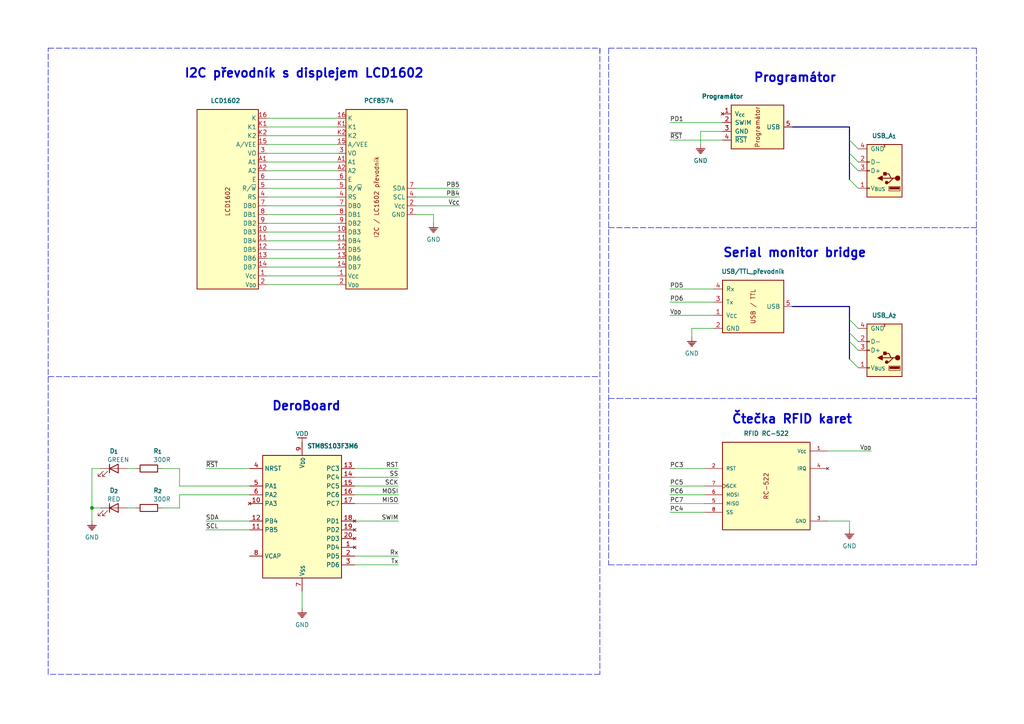
<source format=kicad_sch>
(kicad_sch (version 20211123) (generator eeschema)
  (paper "A4")
  (title_block (title "Security system") (date "24.01.2023") (rev "Petr Oblouk"))
  (lib_symbols
    (symbol "CEG006900:CEG006900" (pin_names (offset 1.016))
      (property "Value" "RFID RC-522" (at 0 15.24 0))
      (symbol "CEG006900_0_0"
        (rectangle (start -12.7 -12.7) (end 12.7 12.7) (stroke (width 0.254)) (fill (type background)))
        (text "RC-522" (at 0 0 900) (effects (font (size 1.27 1.27))))
        (pin power_in line (at 17.78 10.16 180) (length 5.08) (name "V_{CC}") (number "1"))
        (pin input line (at -17.78 5.08 0) (length 5.08) (name "RST") (number "2"))
        (pin power_in line (at 17.78 -10.16 180) (length 5.08) (name "GND") (number "3"))
        (pin no_connect line (at 17.78 5.08 180) (length 5.08) (name "IRQ") (number "4"))
        (pin bidirectional line (at -17.78 -5.08 0) (length 5.08) (name "MISO") (number "5"))
        (pin input line (at -17.78 -2.54 0) (length 5.08) (name "MOSI") (number "6"))
        (pin input clock (at -17.78 0 0) (length 5.08) (name "SCK") (number "7"))
        (pin bidirectional line (at -17.78 -7.62 0) (length 5.08) (name "SS") (number "8"))
      )
    )
    (symbol "Connector:USB_A" (pin_names (offset 1.016))
      (property "Reference" "J?" (at -6.35 -1.2701 0))
      (property "Value" "USB_A_{1}" (at -3.81 10.16 0))
      (symbol "USB_A_0_1"
        (rectangle (start -5.08 -7.62) (end 5.08 7.62) (stroke (width 0.254)) (fill (type background)))
        (circle (center -3.81 2.159) (radius 0.635) (stroke (width 0.254)) (fill (type outline)))
        (rectangle (start -1.524 4.826) (end -4.318 5.334) (fill (type outline)))
        (rectangle (start -1.27 4.572) (end -4.572 5.842))
        (circle (center -0.635 3.429) (radius 0.381) (stroke (width 0.254)) (fill (type outline)))
        (rectangle (start -0.127 -7.62) (end 0.127 -6.858))
        (polyline (pts (xy -3.175 2.159) (xy -2.54 2.159) (xy -1.27 3.429) (xy -0.635 3.429)) (stroke (width 0.254)))
        (polyline (pts (xy -2.54 2.159) (xy -1.905 2.159) (xy -1.27 0.889) (xy 0 0.889)) (stroke (width 0.254)))
        (polyline (pts (xy 0.635 2.794) (xy 0.635 1.524) (xy 1.905 2.159) (xy 0.635 2.794)) (stroke (width 0.254)) (fill (type outline)))
        (rectangle (start 0.254 1.27) (end -0.508 0.508) (stroke (width 0.254)) (fill (type outline)))
        (rectangle (start 5.08 -2.667) (end 4.318 -2.413))
        (rectangle (start 5.08 -0.127) (end 4.318 0.127))
        (rectangle (start 5.08 4.953) (end 4.318 5.207))
      )
      (symbol "USB_A_1_1"
        (polyline (pts (xy -1.905 2.159) (xy 0.635 2.159)) (stroke (width 0.254)))
        (pin power_in line (at 7.62 5.08 180) (length 2.54) (name "V_{BUS}") (number "1"))
        (pin bidirectional line (at 7.62 -2.54 180) (length 2.54) (name "D-") (number "2"))
        (pin bidirectional line (at 7.62 0 180) (length 2.54) (name "D+") (number "3"))
        (pin power_in line (at 7.62 -6.35 180) (length 2.54) (name "GND") (number "4"))
      )
    )
    (symbol "Device:LED" (pin_numbers hide) (pin_names (offset 1.016) hide)
      (property "Reference" "D" (at 0 2.54 0))
      (property "Value" "LED" (at 0 -2.54 0))
      (symbol "LED_0_1"
        (polyline (pts (xy -1.27 -1.27) (xy -1.27 1.27)) (stroke (width 0.254)))
        (polyline (pts (xy -1.27 0) (xy 1.27 0)))
        (polyline (pts (xy 1.27 -1.27) (xy 1.27 1.27) (xy -1.27 0) (xy 1.27 -1.27)) (stroke (width 0.254)))
        (polyline (pts (xy -3.048 -0.762) (xy -4.572 -2.286) (xy -3.81 -2.286) (xy -4.572 -2.286) (xy -4.572 -1.524)))
        (polyline (pts (xy -1.778 -0.762) (xy -3.302 -2.286) (xy -2.54 -2.286) (xy -3.302 -2.286) (xy -3.302 -1.524)))
      )
      (symbol "LED_1_1"
        (pin passive line (at -3.81 0 0) (length 2.54) (name "K") (number "1"))
        (pin passive line (at 3.81 0 180) (length 2.54) (name "A") (number "2"))
      )
    )
    (symbol "Device:R" (pin_numbers hide) (pin_names (offset 0))
      (property "Reference" "R" (at 2.032 0 90))
      (property "Value" "R" (at 0 0 90))
      (symbol "R_0_1"
        (rectangle (start -1.016 -2.54) (end 1.016 2.54) (stroke (width 0.254)))
      )
      (symbol "R_1_1"
        (pin passive line (at 0 3.81 270) (length 1.27) (name "~") (number "1"))
        (pin passive line (at 0 -3.81 90) (length 1.27) (name "~") (number "2"))
      )
    )
    (symbol "KLIB_Connector_Prog:ST_SWIM_01X04" (pin_names (offset 1.016))
      (property "Reference" "Programátor" (at 5.08 7.62 0))
      (symbol "ST_SWIM_01X04_0_0"
        (text "Programátor" (at -5.08 -1.27 900) (effects (font (size 1.27 1.27))))
      )
      (symbol "ST_SWIM_01X04_0_1"
        (rectangle (start -12.7 5.08) (end 2.54 -7.62) (stroke (width 0.254)) (fill (type background)))
      )
      (symbol "ST_SWIM_01X04_1_1"
        (pin no_connect line (at 5.08 2.54 180) (length 2.54) (name "V_{cc}") (number "1"))
        (pin bidirectional line (at 5.08 0 180) (length 2.54) (name "SWIM") (number "2"))
        (pin power_in line (at 5.08 -2.54 180) (length 2.54) (name "GND") (number "3"))
        (pin output line (at 5.08 -5.08 180) (length 2.54) (name "~{RST}") (number "4"))
        (pin free line (at -15.24 -1.27 0) (length 2.54) (name "USB") (number "5"))
      )
    )
    (symbol "KLIB_MCU_ST_STM8S:STM8S103F3M"
      (property "Value" "STM8S103F3M6" (at 8.89 19.2255 0))
      (symbol "STM8S103F3M_0_1"
        (rectangle (start -11.43 16.51) (end 11.43 -19.05) (stroke (width 0.254)) (fill (type background)))
      )
      (symbol "STM8S103F3M_1_1"
        (pin no_connect line (at 15.24 -10.16 180) (length 3.81) (name "PD4") (number "1"))
        (pin no_connect line (at -15.24 2.54 0) (length 3.81) (name "PA3") (number "10"))
        (pin bidirectional line (at -15.24 -5.08 0) (length 3.81) (name "PB5") (number "11"))
        (pin bidirectional line (at -15.24 -2.54 0) (length 3.81) (name "PB4") (number "12"))
        (pin bidirectional line (at 15.24 12.7 180) (length 3.81) (name "PC3") (number "13"))
        (pin bidirectional line (at 15.24 10.16 180) (length 3.81) (name "PC4") (number "14"))
        (pin bidirectional line (at 15.24 7.62 180) (length 3.81) (name "PC5") (number "15"))
        (pin bidirectional line (at 15.24 5.08 180) (length 3.81) (name "PC6") (number "16"))
        (pin bidirectional line (at 15.24 2.54 180) (length 3.81) (name "PC7") (number "17"))
        (pin no_connect line (at 15.24 -2.54 180) (length 3.81) (name "PD1") (number "18"))
        (pin no_connect line (at 15.24 -5.08 180) (length 3.81) (name "PD2") (number "19"))
        (pin bidirectional line (at 15.24 -12.7 180) (length 3.81) (name "PD5") (number "2"))
        (pin no_connect line (at 15.24 -7.62 180) (length 3.81) (name "PD3") (number "20"))
        (pin bidirectional line (at 15.24 -15.24 180) (length 3.81) (name "PD6") (number "3"))
        (pin input line (at -15.24 12.7 0) (length 3.81) (name "NRST") (number "4"))
        (pin output line (at -15.24 7.62 0) (length 3.81) (name "PA1") (number "5"))
        (pin output line (at -15.24 5.08 0) (length 3.81) (name "PA2") (number "6"))
        (pin power_in line (at 0 -22.86 90) (length 3.81) (name "V_{SS}") (number "7"))
        (pin passive line (at -15.24 -12.7 0) (length 3.81) (name "VCAP") (number "8"))
        (pin power_in line (at 0 20.32 270) (length 3.81) (name "V_{DD}") (number "9"))
      )
    )
    (symbol "KLIB_Power:GND" (power) (pin_names (offset 0))
      (property "Value" "GND" (at 0 -3.556 0))
      (symbol "GND_0_1"
        (polyline (pts (xy -0.9144 -1.7272) (xy 0.9144 -1.7272)) (stroke (width 0.254)))
        (polyline (pts (xy -0.5588 -2.1336) (xy 0.5588 -2.1336)) (stroke (width 0.254)))
        (polyline (pts (xy -0.254 -2.54) (xy 0.254 -2.54)) (stroke (width 0.254)))
        (polyline (pts (xy 0 -1.27) (xy 0 0)))
        (polyline (pts (xy 1.27 -1.27) (xy -1.27 -1.27)) (stroke (width 0.254)))
      )
      (symbol "GND_1_1"
        (pin power_in line (at 0 0 270) (length 0) hide (name "GND") (number "1"))
      )
    )
    (symbol "KLIB_Power:VDD" (power) (pin_names (offset 0))
      (property "Value" "VDD" (at 0 3.81 0))
      (symbol "VDD_0_1"
        (polyline (pts (xy -1.27 2.54) (xy 1.27 2.54)) (stroke (width 0.254)))
        (polyline (pts (xy 0 0) (xy 0 2.54)))
      )
      (symbol "VDD_1_1"
        (pin power_in line (at 0 0 90) (length 0) hide (name "VDD") (number "1"))
      )
    )
    (symbol "LCD-016N002L_1"
      (property "Value" "PCF8574" (at -2.54 33.02 0))
      (symbol "LCD-016N002L_1_0_0"
        (text "I2C / LC1602 převodník" (at 1.27 5.08 900) (effects (font (size 1.27 1.27))))
      )
      (symbol "LCD-016N002L_1_1_1"
        (rectangle (start -7.62 30.48) (end 10.16 -21.59) (stroke (width 0.254)) (fill (type background)))
        (pin power_in line (at -10.16 -17.78 0) (length 2.54) (name "V_{CC}") (number "1"))
        (pin bidirectional line (at -10.16 -5.08 0) (length 2.54) (name "DB3") (number "10"))
        (pin bidirectional line (at -10.16 -7.62 0) (length 2.54) (name "DB4") (number "11"))
        (pin bidirectional line (at -10.16 -10.16 0) (length 2.54) (name "DB5") (number "12"))
        (pin bidirectional line (at -10.16 -12.7 0) (length 2.54) (name "DB6") (number "13"))
        (pin bidirectional line (at -10.16 -15.24 0) (length 2.54) (name "DB7") (number "14"))
        (pin power_in line (at -10.16 20.32 0) (length 2.54) (name "A/VEE") (number "15"))
        (pin power_in line (at -10.16 27.94 0) (length 2.54) (name "K") (number "16"))
        (pin power_in line (at 12.7 0 180) (length 2.54) (name "GND") (number "2"))
        (pin power_in line (at 12.7 2.54 180) (length 2.54) (name "V_{CC}") (number "2"))
        (pin power_in line (at -10.16 -20.32 0) (length 2.54) (name "V_{DD}") (number "2"))
        (pin input line (at -10.16 17.78 0) (length 2.54) (name "VO") (number "3"))
        (pin input line (at -10.16 5.08 0) (length 2.54) (name "RS") (number "4"))
        (pin input line (at 12.7 5.08 180) (length 2.54) (name "SCL") (number "4"))
        (pin input line (at -10.16 7.62 0) (length 2.54) (name "R/~{W}") (number "5"))
        (pin input line (at -10.16 10.16 0) (length 2.54) (name "E") (number "6"))
        (pin bidirectional line (at -10.16 2.54 0) (length 2.54) (name "DB0") (number "7"))
        (pin bidirectional line (at 12.7 7.62 180) (length 2.54) (name "SDA") (number "7"))
        (pin bidirectional line (at -10.16 0 0) (length 2.54) (name "DB1") (number "8"))
        (pin bidirectional line (at -10.16 -2.54 0) (length 2.54) (name "DB2") (number "9"))
        (pin power_in line (at -10.16 15.24 0) (length 2.54) (name "A1") (number "A1"))
        (pin power_in line (at -10.16 12.7 0) (length 2.54) (name "A2") (number "A2"))
        (pin power_in line (at -10.16 25.4 0) (length 2.54) (name "K1") (number "K1"))
        (pin power_in line (at -10.16 22.86 0) (length 2.54) (name "K2") (number "K2"))
      )
    )
    (symbol "LCD-016N002L_2"
      (property "Value" "LCD1602" (at -2.54 33.02 0))
      (symbol "LCD-016N002L_2_0_0"
        (text "LCD1602" (at 1.27 3.81 900) (effects (font (size 1.27 1.27))))
      )
      (symbol "LCD-016N002L_2_1_1"
        (rectangle (start -7.62 30.48) (end 10.16 -21.59) (stroke (width 0.254)) (fill (type background)))
        (pin power_in line (at -10.16 -17.78 0) (length 2.54) (name "V_{CC}") (number "1"))
        (pin bidirectional line (at -10.16 -5.08 0) (length 2.54) (name "DB3") (number "10"))
        (pin bidirectional line (at -10.16 -7.62 0) (length 2.54) (name "DB4") (number "11"))
        (pin bidirectional line (at -10.16 -10.16 0) (length 2.54) (name "DB5") (number "12"))
        (pin bidirectional line (at -10.16 -12.7 0) (length 2.54) (name "DB6") (number "13"))
        (pin bidirectional line (at -10.16 -15.24 0) (length 2.54) (name "DB7") (number "14"))
        (pin power_in line (at -10.16 20.32 0) (length 2.54) (name "A/VEE") (number "15"))
        (pin power_in line (at -10.16 27.94 0) (length 2.54) (name "K") (number "16"))
        (pin power_in line (at -10.16 -20.32 0) (length 2.54) (name "V_{DD}") (number "2"))
        (pin input line (at -10.16 17.78 0) (length 2.54) (name "VO") (number "3"))
        (pin input line (at -10.16 5.08 0) (length 2.54) (name "RS") (number "4"))
        (pin input line (at -10.16 7.62 0) (length 2.54) (name "R/~{W}") (number "5"))
        (pin input line (at -10.16 10.16 0) (length 2.54) (name "E") (number "6"))
        (pin bidirectional line (at -10.16 2.54 0) (length 2.54) (name "DB0") (number "7"))
        (pin bidirectional line (at -10.16 0 0) (length 2.54) (name "DB1") (number "8"))
        (pin bidirectional line (at -10.16 -2.54 0) (length 2.54) (name "DB2") (number "9"))
        (pin power_in line (at -10.16 15.24 0) (length 2.54) (name "A1") (number "A1"))
        (pin power_in line (at -10.16 12.7 0) (length 2.54) (name "A2") (number "A2"))
        (pin power_in line (at -10.16 25.4 0) (length 2.54) (name "K1") (number "K1"))
        (pin power_in line (at -10.16 22.86 0) (length 2.54) (name "K2") (number "K2"))
      )
    )
    (symbol "ST_SWIM_01X04_1" (pin_names (offset 1.016))
      (property "Reference" "USB/TTL_převodník" (at -6.35 10.16 0))
      (symbol "ST_SWIM_01X04_1_0_0"
        (text "USB / TTL" (at -6.35 0 900) (effects (font (size 1.27 1.27))))
      )
      (symbol "ST_SWIM_01X04_1_0_1"
        (rectangle (start -15.24 7.62) (end 2.54 -7.62) (stroke (width 0.254)) (fill (type background)))
      )
      (symbol "ST_SWIM_01X04_1_1_1"
        (pin power_in line (at 5.08 -2.54 180) (length 2.54) (name "V_{CC}") (number "1"))
        (pin bidirectional line (at 5.08 -6.35 180) (length 2.54) (name "GND") (number "2"))
        (pin output line (at 5.08 1.27 180) (length 2.54) (name "Tx") (number "3"))
        (pin input line (at 5.08 5.08 180) (length 2.54) (name "Rx") (number "4"))
        (pin free line (at -17.78 0 0) (length 2.54) (name "USB") (number "5"))
      )
    )
    (symbol "USB_A_1" (pin_names (offset 1.016))
      (property "Reference" "J?" (at -6.35 -1.2701 0))
      (property "Value" "USB_A_1" (at -3.81 10.16 0))
      (symbol "USB_A_1_0_1"
        (rectangle (start -5.08 -7.62) (end 5.08 7.62) (stroke (width 0.254)) (fill (type background)))
        (circle (center -3.81 2.159) (radius 0.635) (stroke (width 0.254)) (fill (type outline)))
        (rectangle (start -1.524 4.826) (end -4.318 5.334) (fill (type outline)))
        (rectangle (start -1.27 4.572) (end -4.572 5.842))
        (circle (center -0.635 3.429) (radius 0.381) (stroke (width 0.254)) (fill (type outline)))
        (rectangle (start -0.127 -7.62) (end 0.127 -6.858))
        (polyline (pts (xy -3.175 2.159) (xy -2.54 2.159) (xy -1.27 3.429) (xy -0.635 3.429)) (stroke (width 0.254)))
        (polyline (pts (xy -2.54 2.159) (xy -1.905 2.159) (xy -1.27 0.889) (xy 0 0.889)) (stroke (width 0.254)))
        (polyline (pts (xy 0.635 2.794) (xy 0.635 1.524) (xy 1.905 2.159) (xy 0.635 2.794)) (stroke (width 0.254)) (fill (type outline)))
        (rectangle (start 0.254 1.27) (end -0.508 0.508) (stroke (width 0.254)) (fill (type outline)))
        (rectangle (start 5.08 -2.667) (end 4.318 -2.413))
        (rectangle (start 5.08 -0.127) (end 4.318 0.127))
        (rectangle (start 5.08 4.953) (end 4.318 5.207))
      )
      (symbol "USB_A_1_1_1"
        (polyline (pts (xy -1.905 2.159) (xy 0.635 2.159)) (stroke (width 0.254)))
        (pin power_in line (at 7.62 5.08 180) (length 2.54) (name "V_{BUS}") (number "1"))
        (pin bidirectional line (at 7.62 -2.54 180) (length 2.54) (name "D-") (number "2"))
        (pin bidirectional line (at 7.62 0 180) (length 2.54) (name "D+") (number "3"))
        (pin power_in line (at 7.62 -6.35 180) (length 2.54) (name "GND") (number "4"))
      )
    )
  )
  (junction (at 26.67 147.32))
  (bus_entry (at 246.38 52.07) (size 2.54 2.54))
  (bus_entry (at 246.38 46.99) (size 2.54 2.54))
  (bus_entry (at 246.38 104.14) (size 2.54 2.54))
  (bus_entry (at 246.38 99.06) (size 2.54 2.54))
  (bus_entry (at 246.38 96.52) (size 2.54 2.54))
  (bus_entry (at 246.38 44.45) (size 2.54 2.54))
  (bus_entry (at 246.38 40.64) (size 2.54 2.54))
  (bus_entry (at 246.38 92.71) (size 2.54 2.54))
  (wire (pts (xy 204.47 148.59) (xy 194.31 148.59)))
  (wire (pts (xy 102.87 135.89) (xy 115.57 135.89)))
  (wire (pts (xy 203.2 38.1) (xy 203.2 41.91)))
  (bus (pts (xy 246.38 92.71) (xy 246.38 96.52)))
  (polyline (pts (xy 176.53 115.57) (xy 179.07 115.57)))
  (wire (pts (xy 204.47 140.97) (xy 194.31 140.97)))
  (polyline (pts (xy 173.99 13.97) (xy 173.99 15.24)))
  (wire (pts (xy 77.47 36.83) (xy 97.79 36.83)))
  (polyline (pts (xy 176.53 66.04) (xy 283.21 66.04)))
  (wire (pts (xy 46.99 135.89) (xy 52.07 135.89)))
  (wire (pts (xy 102.87 151.13) (xy 115.57 151.13)))
  (wire (pts (xy 72.39 143.51) (xy 52.07 143.51)))
  (wire (pts (xy 77.47 67.31) (xy 97.79 67.31)))
  (polyline (pts (xy 13.97 13.97) (xy 173.99 13.97)))
  (wire (pts (xy 77.47 57.15) (xy 97.79 57.15)))
  (wire (pts (xy 77.47 46.99) (xy 97.79 46.99)))
  (wire (pts (xy 77.47 59.69) (xy 97.79 59.69)))
  (wire (pts (xy 102.87 161.29) (xy 115.57 161.29)))
  (wire (pts (xy 207.01 87.63) (xy 194.31 87.63)))
  (wire (pts (xy 87.63 171.45) (xy 87.63 176.53)))
  (wire (pts (xy 246.38 151.13) (xy 246.38 153.67)))
  (bus (pts (xy 246.38 46.99) (xy 246.38 52.07)))
  (wire (pts (xy 36.83 147.32) (xy 39.37 147.32)))
  (bus (pts (xy 229.87 88.9) (xy 246.38 88.9)))
  (polyline (pts (xy 176.53 13.97) (xy 283.21 13.97)))
  (wire (pts (xy 120.65 54.61) (xy 133.35 54.61)))
  (wire (pts (xy 87.63 128.27) (xy 87.63 129.54)))
  (wire (pts (xy 77.47 44.45) (xy 97.79 44.45)))
  (polyline (pts (xy 173.99 195.58) (xy 13.97 195.58)))
  (wire (pts (xy 77.47 77.47) (xy 97.79 77.47)))
  (wire (pts (xy 204.47 143.51) (xy 194.31 143.51)))
  (wire (pts (xy 26.67 147.32) (xy 29.21 147.32)))
  (wire (pts (xy 120.65 57.15) (xy 133.35 57.15)))
  (wire (pts (xy 77.47 62.23) (xy 97.79 62.23)))
  (wire (pts (xy 102.87 140.97) (xy 115.57 140.97)))
  (polyline (pts (xy 283.21 13.97) (xy 283.21 163.83)))
  (bus (pts (xy 246.38 88.9) (xy 246.38 92.71)))
  (wire (pts (xy 52.07 140.97) (xy 72.39 140.97)))
  (wire (pts (xy 29.21 135.89) (xy 26.67 135.89)))
  (polyline (pts (xy 173.99 13.97) (xy 173.99 195.58)))
  (wire (pts (xy 77.47 74.93) (xy 97.79 74.93)))
  (wire (pts (xy 102.87 138.43) (xy 115.57 138.43)))
  (wire (pts (xy 200.66 95.25) (xy 207.01 95.25)))
  (wire (pts (xy 77.47 52.07) (xy 97.79 52.07)))
  (wire (pts (xy 77.47 54.61) (xy 97.79 54.61)))
  (wire (pts (xy 77.47 69.85) (xy 97.79 69.85)))
  (wire (pts (xy 207.01 83.82) (xy 194.31 83.82)))
  (wire (pts (xy 194.31 40.64) (xy 209.55 40.64)))
  (bus (pts (xy 246.38 99.06) (xy 246.38 104.14)))
  (wire (pts (xy 125.73 62.23) (xy 125.73 64.77)))
  (polyline (pts (xy 179.07 115.57) (xy 283.21 115.57)))
  (wire (pts (xy 59.69 151.13) (xy 72.39 151.13)))
  (wire (pts (xy 77.47 41.91) (xy 97.79 41.91)))
  (wire (pts (xy 52.07 143.51) (xy 52.07 147.32)))
  (wire (pts (xy 77.47 80.01) (xy 97.79 80.01)))
  (bus (pts (xy 246.38 44.45) (xy 246.38 46.99)))
  (wire (pts (xy 204.47 146.05) (xy 194.31 146.05)))
  (polyline (pts (xy 13.97 109.22) (xy 173.99 109.22)))
  (wire (pts (xy 77.47 72.39) (xy 97.79 72.39)))
  (wire (pts (xy 102.87 143.51) (xy 115.57 143.51)))
  (wire (pts (xy 72.39 153.67) (xy 59.69 153.67)))
  (bus (pts (xy 229.87 36.83) (xy 246.38 36.83)))
  (wire (pts (xy 240.03 130.81) (xy 252.73 130.81)))
  (bus (pts (xy 246.38 96.52) (xy 246.38 99.06)))
  (wire (pts (xy 77.47 49.53) (xy 97.79 49.53)))
  (wire (pts (xy 102.87 146.05) (xy 115.57 146.05)))
  (polyline (pts (xy 13.97 195.58) (xy 13.97 13.97)))
  (wire (pts (xy 77.47 39.37) (xy 97.79 39.37)))
  (wire (pts (xy 246.38 151.13) (xy 240.03 151.13)))
  (wire (pts (xy 52.07 135.89) (xy 52.07 140.97)))
  (wire (pts (xy 207.01 91.44) (xy 194.31 91.44)))
  (wire (pts (xy 52.07 147.32) (xy 46.99 147.32)))
  (wire (pts (xy 200.66 95.25) (xy 200.66 97.79)))
  (wire (pts (xy 120.65 59.69) (xy 133.35 59.69)))
  (bus (pts (xy 246.38 40.64) (xy 246.38 44.45)))
  (wire (pts (xy 204.47 135.89) (xy 194.31 135.89)))
  (wire (pts (xy 26.67 147.32) (xy 26.67 151.13)))
  (polyline (pts (xy 176.53 13.97) (xy 176.53 163.83)))
  (wire (pts (xy 125.73 62.23) (xy 120.65 62.23)))
  (wire (pts (xy 102.87 163.83) (xy 115.57 163.83)))
  (wire (pts (xy 194.31 35.56) (xy 209.55 35.56)))
  (wire (pts (xy 36.83 135.89) (xy 39.37 135.89)))
  (wire (pts (xy 26.67 135.89) (xy 26.67 147.32)))
  (wire (pts (xy 77.47 64.77) (xy 97.79 64.77)))
  (wire (pts (xy 77.47 34.29) (xy 97.79 34.29)))
  (bus (pts (xy 246.38 36.83) (xy 246.38 40.64)))
  (wire (pts (xy 203.2 38.1) (xy 209.55 38.1)))
  (polyline (pts (xy 176.53 163.83) (xy 283.21 163.83)))
  (wire (pts (xy 77.47 82.55) (xy 97.79 82.55)))
  (wire (pts (xy 72.39 135.89) (xy 59.69 135.89)))
  (text "Programátor" (at 218.44 24.13 0) (effects (font (size 2.54 2.54) bold) (justify left bottom)))
  (text "Čtečka RFID karet" (at 212.09 123.19 0) (effects (font (size 2.54 2.54) bold) (justify left bottom)))
  (text "DeroBoard" (at 78.74 119.38 0) (effects (font (size 2.54 2.54) bold) (justify left bottom)))
  (text "I2C převodník s displejem LCD1602\n" (at 53.34 22.86 0) (effects (font (size 2.54 2.54) bold) (justify left bottom)))
  (text "Serial monitor bridge\n" (at 209.55 74.93 0) (effects (font (size 2.54 2.54) bold) (justify left bottom)))
  (label "Rx" (at 115.57 161.29 180))
  (label "MOSI" (at 115.57 143.51 180))
  (label "PC3" (at 194.31 135.89 0))
  (label "~{RST}" (at 194.31 40.64 0))
  (label "V_{DD}" (at 194.31 91.44 0))
  (label "PC4" (at 194.31 148.59 0))
  (label "PB5" (at 133.35 54.61 180))
  (label "PC7" (at 194.31 146.05 0))
  (label "SWIM" (at 115.57 151.13 180))
  (label "PD1" (at 194.31 35.56 0))
  (label "V_{DD}" (at 252.73 130.81 180))
  (label "MISO" (at 115.57 146.05 180))
  (label "Tx" (at 115.57 163.83 180))
  (label "PB4" (at 133.35 57.15 180))
  (label "SS" (at 115.57 138.43 180))
  (label "RST" (at 115.57 135.89 180))
  (label "~{RST}" (at 59.69 135.89 0))
  (label "SCK" (at 115.57 140.97 180))
  (label "SCL" (at 59.69 153.67 0))
  (label "PD6" (at 194.31 87.63 0))
  (label "PC6" (at 194.31 143.51 0))
  (label "PC5" (at 194.31 140.97 0))
  (label "SDA" (at 59.69 151.13 0))
  (label "PD5" (at 194.31 83.82 0))
  (label "V_{CC}" (at 133.35 59.69 180))
  (symbol (lib_id "CEG006900:CEG006900") (at 222.25 140.97 0) (unit 1)
    (property "Reference" "U?" (effects hide))
    (property "Value" "RFID RC-522" (at 222.25 125.73 0) (effects (font bold)))
    (property "Footprint" "MODULE_CEG006900" (effects hide))
    (property "STANDARD" "IPC 7351B" (effects hide))
    (property "MANUFACTURER" "YKS" (effects hide))
    (property "PARTREV" "12 June 2019" (effects hide))
  )
  (symbol (lib_id "KLIB_MCU_ST_STM8S:STM8S103F3M") (at 87.63 148.59 0) (unit 1)
    (property "Reference" "U?" (effects hide))
    (property "Value" "STM8S103F3M6" (at 96.52 129.3645 0) (effects (font bold)))
    (property "Footprint" "Package_SO:SO-20_12.8x7.5mm_P1.27mm" (effects hide))
    (property "Datasheet" "https://www.st.com/resource/en/datasheet/stm8s103f2.pdf" (effects hide))
  )
  (symbol (lib_name "LCD-016N002L_1") (lib_id "Display_Character:LCD-016N002L") (at 107.95 62.23 0) (unit 1)
    (property "Reference" "U?" (effects hide))
    (property "Value" "PCF8574" (at 105.41 29.21 0) (effects (font bold) (justify left)))
    (property "Footprint" "Display:LCD-016N002L" (effects hide))
    (property "Datasheet" "http://www.vishay.com/docs/37299/37299.pdf" (effects hide))
  )
  (symbol (lib_id "Device:LED") (at 33.02 147.32 0) (unit 1)
    (property "Reference" "D_{2}" (at 33.02 142.24 0) (effects (font bold)))
    (property "Value" "RED" (at 33.02 144.78 0))
  )
  (symbol (lib_id "Device:R") (at 43.18 135.89 90) (unit 1)
    (property "Reference" "R_{1}" (at 45.72 130.81 90) (effects (font bold)))
    (property "Value" "300R" (at 46.99 133.35 90))
  )
  (symbol (lib_id "KLIB_Connector_Prog:ST_SWIM_01X04") (at 214.63 35.56 0) (mirror y) (unit 1)
    (property "Reference" "Programátor" (at 209.55 27.94 0) (effects (font bold)))
    (property "Value" "ZL201-04G" (effects hide))
    (property "Footprint" "Connector_PinHeader_2.54mm:PinHeader_1x04_P2.54mm_Vertical" (effects hide))
    (property "Datasheet" "https://www.st.com/resource/en/user_manual/um1075-stlinkv2-incircuit-debuggerprogrammer-for-stm8-and-stm32-stmicroelectronics.pdf" (effects hide))
  )
  (symbol (lib_name "USB_A_1") (lib_id "Connector:USB_A") (at 256.54 101.6 180) (unit 1)
    (property "Reference" "J?" (effects hide))
    (property "Value" "USB_A_{2}" (at 252.73 91.44 0) (effects (font bold) (justify right)))
    (property "Datasheet" " ~" (effects hide))
  )
  (symbol (lib_id "KLIB_Power:GND") (at 203.2 41.91 0) (unit 1)
    (property "Reference" "#PWR?" (effects hide))
    (property "Value" "GND" (at 203.2 46.5996 0))
  )
  (symbol (lib_id "KLIB_Power:VDD") (at 87.63 129.54 0) (unit 1)
    (property "Reference" "#PWR?" (effects hide))
    (property "Value" "V_{CC}" (at 87.63 125.8084 0))
  )
  (symbol (lib_id "Device:LED") (at 33.02 135.89 0) (unit 1)
    (property "Reference" "D_{1}" (at 33.02 130.81 0) (effects (font bold)))
    (property "Value" "GREEN" (at 34.29 133.35 0))
  )
  (symbol (lib_id "KLIB_Power:GND") (at 200.66 97.79 0) (unit 1)
    (property "Reference" "#PWR?" (effects hide))
    (property "Value" "GND" (at 200.66 102.4796 0))
  )
  (symbol (lib_name "ST_SWIM_01X04_1") (lib_id "KLIB_Connector_Prog:ST_SWIM_01X04") (at 212.09 88.9 0) (mirror y) (unit 1)
    (property "Reference" "USB/TTL_převodník" (at 218.44 78.74 0) (effects (font bold)))
    (property "Value" "ZL201-04G" (effects hide))
    (property "Footprint" "Connector_PinHeader_2.54mm:PinHeader_1x04_P2.54mm_Vertical" (effects hide))
    (property "Datasheet" "https://www.st.com/resource/en/user_manual/um1075-stlinkv2-incircuit-debuggerprogrammer-for-stm8-and-stm32-stmicroelectronics.pdf" (effects hide))
  )
  (symbol (lib_id "Connector:USB_A") (at 256.54 49.53 180) (unit 1)
    (property "Reference" "J?" (effects hide))
    (property "Value" "USB_A_{1}" (at 252.73 39.37 0) (effects (font bold) (justify right)))
    (property "Datasheet" " ~" (effects hide))
  )
  (symbol (lib_id "KLIB_Power:GND") (at 87.63 176.53 0) (unit 1)
    (property "Reference" "#PWR?" (effects hide))
    (property "Value" "GND" (at 87.63 181.2196 0))
  )
  (symbol (lib_name "LCD-016N002L_2") (lib_id "Display_Character:LCD-016N002L") (at 67.31 62.23 0) (mirror y) (unit 1)
    (property "Reference" "U?" (effects hide))
    (property "Value" "LCD1602" (at 69.85 29.21 0) (effects (font bold) (justify left)))
    (property "Footprint" "Display:LCD-016N002L" (effects hide))
    (property "Datasheet" "http://www.vishay.com/docs/37299/37299.pdf" (effects hide))
  )
  (symbol (lib_id "Device:R") (at 43.18 147.32 90) (unit 1)
    (property "Reference" "R_{2}" (at 45.72 142.24 90) (effects (font bold)))
    (property "Value" "300R" (at 46.99 144.78 90))
  )
  (symbol (lib_id "KLIB_Power:GND") (at 125.73 64.77 0) (unit 1)
    (property "Reference" "#PWR?" (effects hide))
    (property "Value" "GND" (at 125.73 69.4596 0))
  )
  (symbol (lib_id "KLIB_Power:GND") (at 246.38 153.67 0) (mirror y) (unit 1)
    (property "Reference" "#PWR?" (effects hide))
    (property "Value" "GND" (at 246.38 158.3596 0))
  )
  (symbol (lib_id "KLIB_Power:GND") (at 26.67 151.13 0) (unit 1)
    (property "Reference" "#PWR?" (effects hide))
    (property "Value" "GND" (at 26.67 155.8196 0))
  )
)
</source>
